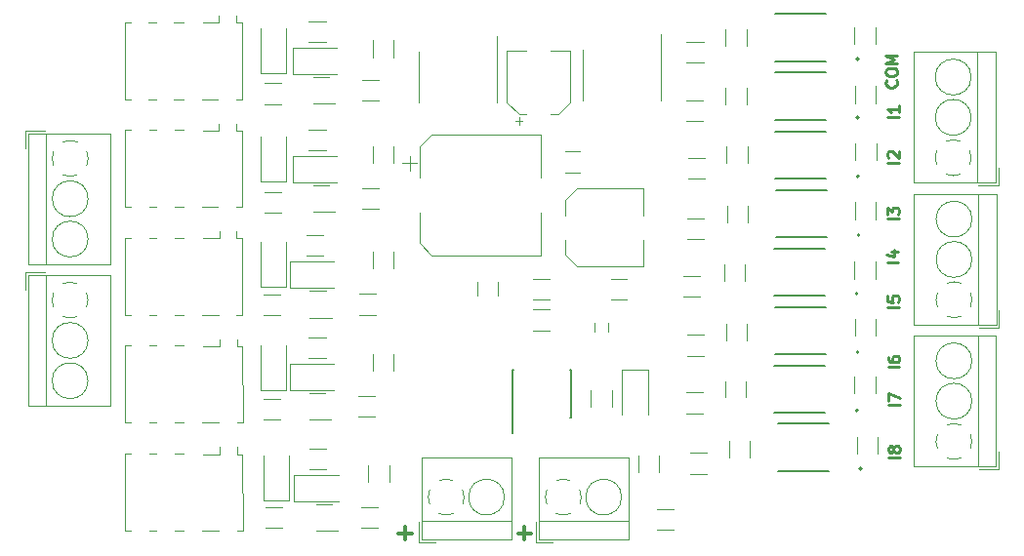
<source format=gbr>
G04 #@! TF.GenerationSoftware,KiCad,Pcbnew,(5.1.9)-1*
G04 #@! TF.CreationDate,2021-06-05T11:28:23-05:00*
G04 #@! TF.ProjectId,RASPBERRY 4 PI HAT,52415350-4245-4525-9259-203420504920,rev?*
G04 #@! TF.SameCoordinates,Original*
G04 #@! TF.FileFunction,Legend,Top*
G04 #@! TF.FilePolarity,Positive*
%FSLAX46Y46*%
G04 Gerber Fmt 4.6, Leading zero omitted, Abs format (unit mm)*
G04 Created by KiCad (PCBNEW (5.1.9)-1) date 2021-06-05 11:28:23*
%MOMM*%
%LPD*%
G01*
G04 APERTURE LIST*
%ADD10C,0.250000*%
%ADD11C,0.300000*%
%ADD12C,0.120000*%
%ADD13C,0.150000*%
%ADD14C,0.127000*%
%ADD15C,0.200000*%
G04 APERTURE END LIST*
D10*
X182537142Y-85225714D02*
X182584761Y-85273333D01*
X182632380Y-85416190D01*
X182632380Y-85511428D01*
X182584761Y-85654285D01*
X182489523Y-85749523D01*
X182394285Y-85797142D01*
X182203809Y-85844761D01*
X182060952Y-85844761D01*
X181870476Y-85797142D01*
X181775238Y-85749523D01*
X181680000Y-85654285D01*
X181632380Y-85511428D01*
X181632380Y-85416190D01*
X181680000Y-85273333D01*
X181727619Y-85225714D01*
X181632380Y-84606666D02*
X181632380Y-84416190D01*
X181680000Y-84320952D01*
X181775238Y-84225714D01*
X181965714Y-84178095D01*
X182299047Y-84178095D01*
X182489523Y-84225714D01*
X182584761Y-84320952D01*
X182632380Y-84416190D01*
X182632380Y-84606666D01*
X182584761Y-84701904D01*
X182489523Y-84797142D01*
X182299047Y-84844761D01*
X181965714Y-84844761D01*
X181775238Y-84797142D01*
X181680000Y-84701904D01*
X181632380Y-84606666D01*
X182632380Y-83749523D02*
X181632380Y-83749523D01*
X182346666Y-83416190D01*
X181632380Y-83082857D01*
X182632380Y-83082857D01*
X182882380Y-117976190D02*
X181882380Y-117976190D01*
X182310952Y-117357142D02*
X182263333Y-117452380D01*
X182215714Y-117500000D01*
X182120476Y-117547619D01*
X182072857Y-117547619D01*
X181977619Y-117500000D01*
X181930000Y-117452380D01*
X181882380Y-117357142D01*
X181882380Y-117166666D01*
X181930000Y-117071428D01*
X181977619Y-117023809D01*
X182072857Y-116976190D01*
X182120476Y-116976190D01*
X182215714Y-117023809D01*
X182263333Y-117071428D01*
X182310952Y-117166666D01*
X182310952Y-117357142D01*
X182358571Y-117452380D01*
X182406190Y-117500000D01*
X182501428Y-117547619D01*
X182691904Y-117547619D01*
X182787142Y-117500000D01*
X182834761Y-117452380D01*
X182882380Y-117357142D01*
X182882380Y-117166666D01*
X182834761Y-117071428D01*
X182787142Y-117023809D01*
X182691904Y-116976190D01*
X182501428Y-116976190D01*
X182406190Y-117023809D01*
X182358571Y-117071428D01*
X182310952Y-117166666D01*
X182852380Y-113416190D02*
X181852380Y-113416190D01*
X181852380Y-113035238D02*
X181852380Y-112368571D01*
X182852380Y-112797142D01*
X182822380Y-110136190D02*
X181822380Y-110136190D01*
X181822380Y-109231428D02*
X181822380Y-109421904D01*
X181870000Y-109517142D01*
X181917619Y-109564761D01*
X182060476Y-109660000D01*
X182250952Y-109707619D01*
X182631904Y-109707619D01*
X182727142Y-109660000D01*
X182774761Y-109612380D01*
X182822380Y-109517142D01*
X182822380Y-109326666D01*
X182774761Y-109231428D01*
X182727142Y-109183809D01*
X182631904Y-109136190D01*
X182393809Y-109136190D01*
X182298571Y-109183809D01*
X182250952Y-109231428D01*
X182203333Y-109326666D01*
X182203333Y-109517142D01*
X182250952Y-109612380D01*
X182298571Y-109660000D01*
X182393809Y-109707619D01*
X182782380Y-104906190D02*
X181782380Y-104906190D01*
X181782380Y-103953809D02*
X181782380Y-104430000D01*
X182258571Y-104477619D01*
X182210952Y-104430000D01*
X182163333Y-104334761D01*
X182163333Y-104096666D01*
X182210952Y-104001428D01*
X182258571Y-103953809D01*
X182353809Y-103906190D01*
X182591904Y-103906190D01*
X182687142Y-103953809D01*
X182734761Y-104001428D01*
X182782380Y-104096666D01*
X182782380Y-104334761D01*
X182734761Y-104430000D01*
X182687142Y-104477619D01*
X182742380Y-100996190D02*
X181742380Y-100996190D01*
X182075714Y-100091428D02*
X182742380Y-100091428D01*
X181694761Y-100329523D02*
X182409047Y-100567619D01*
X182409047Y-99948571D01*
X182782380Y-97266190D02*
X181782380Y-97266190D01*
X181782380Y-96885238D02*
X181782380Y-96266190D01*
X182163333Y-96599523D01*
X182163333Y-96456666D01*
X182210952Y-96361428D01*
X182258571Y-96313809D01*
X182353809Y-96266190D01*
X182591904Y-96266190D01*
X182687142Y-96313809D01*
X182734761Y-96361428D01*
X182782380Y-96456666D01*
X182782380Y-96742380D01*
X182734761Y-96837619D01*
X182687142Y-96885238D01*
X182802380Y-92376190D02*
X181802380Y-92376190D01*
X181897619Y-91947619D02*
X181850000Y-91900000D01*
X181802380Y-91804761D01*
X181802380Y-91566666D01*
X181850000Y-91471428D01*
X181897619Y-91423809D01*
X181992857Y-91376190D01*
X182088095Y-91376190D01*
X182230952Y-91423809D01*
X182802380Y-91995238D01*
X182802380Y-91376190D01*
X182802380Y-88446190D02*
X181802380Y-88446190D01*
X182802380Y-87446190D02*
X182802380Y-88017619D01*
X182802380Y-87731904D02*
X181802380Y-87731904D01*
X181945238Y-87827142D01*
X182040476Y-87922380D01*
X182088095Y-88017619D01*
D11*
X139388571Y-124537142D02*
X140531428Y-124537142D01*
X139960000Y-125108571D02*
X139960000Y-123965714D01*
X149738571Y-124537142D02*
X150881428Y-124537142D01*
X150310000Y-125108571D02*
X150310000Y-123965714D01*
D10*
X182537142Y-85225714D02*
X182584761Y-85273333D01*
X182632380Y-85416190D01*
X182632380Y-85511428D01*
X182584761Y-85654285D01*
X182489523Y-85749523D01*
X182394285Y-85797142D01*
X182203809Y-85844761D01*
X182060952Y-85844761D01*
X181870476Y-85797142D01*
X181775238Y-85749523D01*
X181680000Y-85654285D01*
X181632380Y-85511428D01*
X181632380Y-85416190D01*
X181680000Y-85273333D01*
X181727619Y-85225714D01*
X181632380Y-84606666D02*
X181632380Y-84416190D01*
X181680000Y-84320952D01*
X181775238Y-84225714D01*
X181965714Y-84178095D01*
X182299047Y-84178095D01*
X182489523Y-84225714D01*
X182584761Y-84320952D01*
X182632380Y-84416190D01*
X182632380Y-84606666D01*
X182584761Y-84701904D01*
X182489523Y-84797142D01*
X182299047Y-84844761D01*
X181965714Y-84844761D01*
X181775238Y-84797142D01*
X181680000Y-84701904D01*
X181632380Y-84606666D01*
X182632380Y-83749523D02*
X181632380Y-83749523D01*
X182346666Y-83416190D01*
X181632380Y-83082857D01*
X182632380Y-83082857D01*
D12*
X148030000Y-102707936D02*
X148030000Y-103912064D01*
X146210000Y-102707936D02*
X146210000Y-103912064D01*
X125830000Y-98940000D02*
X125840000Y-105600000D01*
X125840000Y-105600000D02*
X125340000Y-105600000D01*
X123740000Y-105600000D02*
X122340000Y-105600000D01*
X120740000Y-105600000D02*
X119940000Y-105600000D01*
X118340000Y-105600000D02*
X117740000Y-105600000D01*
X116140000Y-105600000D02*
X115640000Y-105600000D01*
X115640000Y-105600000D02*
X115640000Y-98900000D01*
X115640000Y-98900000D02*
X116140000Y-98900000D01*
X117740000Y-98900000D02*
X118340000Y-98900000D01*
X119940000Y-98900000D02*
X120740000Y-98900000D01*
X122430000Y-98940000D02*
X123830000Y-98940000D01*
X125830000Y-98940000D02*
X125330000Y-98940000D01*
X125330000Y-98940000D02*
X125330000Y-98340000D01*
X123830000Y-98940000D02*
X123830000Y-98340000D01*
X127868748Y-124070000D02*
X129291252Y-124070000D01*
X127868748Y-122250000D02*
X129291252Y-122250000D01*
X127668748Y-105610000D02*
X129091252Y-105610000D01*
X127668748Y-103790000D02*
X129091252Y-103790000D01*
X127768748Y-87310000D02*
X129191252Y-87310000D01*
X127768748Y-85490000D02*
X129191252Y-85490000D01*
X127738748Y-96730000D02*
X129161252Y-96730000D01*
X127738748Y-94910000D02*
X129161252Y-94910000D01*
X127658748Y-114710000D02*
X129081252Y-114710000D01*
X127658748Y-112890000D02*
X129081252Y-112890000D01*
X140335000Y-91805000D02*
X140335000Y-93055000D01*
X139710000Y-92430000D02*
X140960000Y-92430000D01*
X141200000Y-99385563D02*
X142264437Y-100450000D01*
X141200000Y-90994437D02*
X142264437Y-89930000D01*
X141200000Y-90994437D02*
X141200000Y-93680000D01*
X141200000Y-99385563D02*
X141200000Y-96700000D01*
X142264437Y-100450000D02*
X151720000Y-100450000D01*
X142264437Y-89930000D02*
X151720000Y-89930000D01*
X151720000Y-89930000D02*
X151720000Y-93680000D01*
X151720000Y-100450000D02*
X151720000Y-96700000D01*
X153820000Y-100345563D02*
X154884437Y-101410000D01*
X153820000Y-95654437D02*
X154884437Y-94590000D01*
X153820000Y-95654437D02*
X153820000Y-96940000D01*
X153820000Y-100345563D02*
X153820000Y-99060000D01*
X154884437Y-101410000D02*
X160640000Y-101410000D01*
X154884437Y-94590000D02*
X160640000Y-94590000D01*
X160640000Y-94590000D02*
X160640000Y-96940000D01*
X160640000Y-101410000D02*
X160640000Y-99060000D01*
X164445436Y-97190000D02*
X165899564Y-97190000D01*
X164445436Y-99010000D02*
X165899564Y-99010000D01*
X191460000Y-106680000D02*
X191460000Y-105180000D01*
X189720000Y-106680000D02*
X191460000Y-106680000D01*
X184100000Y-95120000D02*
X191220000Y-95120000D01*
X184100000Y-106440000D02*
X191220000Y-106440000D01*
X191220000Y-106440000D02*
X191220000Y-95120000D01*
X184100000Y-106440000D02*
X184100000Y-95120000D01*
X189660000Y-106440000D02*
X189660000Y-95120000D01*
X189115000Y-97280000D02*
G75*
G03*
X189115000Y-97280000I-1555000J0D01*
G01*
X189115000Y-100780000D02*
G75*
G03*
X189115000Y-100780000I-1555000J0D01*
G01*
X189115492Y-104252989D02*
G75*
G02*
X188992000Y-104888000I-1555492J-27011D01*
G01*
X188167742Y-105712109D02*
G75*
G02*
X186952000Y-105712000I-607742J1432109D01*
G01*
X186127891Y-104887742D02*
G75*
G02*
X186128000Y-103672000I1432109J607742D01*
G01*
X186952258Y-102847891D02*
G75*
G02*
X188168000Y-102848000I607742J-1432109D01*
G01*
X188991385Y-103672413D02*
G75*
G02*
X189115000Y-104280000I-1431385J-607587D01*
G01*
X147875000Y-84970000D02*
X147875000Y-81370000D01*
X147875000Y-84970000D02*
X147875000Y-87170000D01*
X141105000Y-84970000D02*
X141105000Y-82770000D01*
X141105000Y-84970000D02*
X141105000Y-87170000D01*
X162155000Y-84810000D02*
X162155000Y-81210000D01*
X162155000Y-84810000D02*
X162155000Y-87010000D01*
X155385000Y-84810000D02*
X155385000Y-82610000D01*
X155385000Y-84810000D02*
X155385000Y-87010000D01*
X125850000Y-117680000D02*
X125860000Y-124340000D01*
X125860000Y-124340000D02*
X125360000Y-124340000D01*
X123760000Y-124340000D02*
X122360000Y-124340000D01*
X120760000Y-124340000D02*
X119960000Y-124340000D01*
X118360000Y-124340000D02*
X117760000Y-124340000D01*
X116160000Y-124340000D02*
X115660000Y-124340000D01*
X115660000Y-124340000D02*
X115660000Y-117640000D01*
X115660000Y-117640000D02*
X116160000Y-117640000D01*
X117760000Y-117640000D02*
X118360000Y-117640000D01*
X119960000Y-117640000D02*
X120760000Y-117640000D01*
X122450000Y-117680000D02*
X123850000Y-117680000D01*
X125850000Y-117680000D02*
X125350000Y-117680000D01*
X125350000Y-117680000D02*
X125350000Y-117080000D01*
X123850000Y-117680000D02*
X123850000Y-117080000D01*
X125850000Y-108300000D02*
X125860000Y-114960000D01*
X125860000Y-114960000D02*
X125360000Y-114960000D01*
X123760000Y-114960000D02*
X122360000Y-114960000D01*
X120760000Y-114960000D02*
X119960000Y-114960000D01*
X118360000Y-114960000D02*
X117760000Y-114960000D01*
X116160000Y-114960000D02*
X115660000Y-114960000D01*
X115660000Y-114960000D02*
X115660000Y-108260000D01*
X115660000Y-108260000D02*
X116160000Y-108260000D01*
X117760000Y-108260000D02*
X118360000Y-108260000D01*
X119960000Y-108260000D02*
X120760000Y-108260000D01*
X122450000Y-108300000D02*
X123850000Y-108300000D01*
X125850000Y-108300000D02*
X125350000Y-108300000D01*
X125350000Y-108300000D02*
X125350000Y-107700000D01*
X123850000Y-108300000D02*
X123850000Y-107700000D01*
X125820000Y-89590000D02*
X125830000Y-96250000D01*
X125830000Y-96250000D02*
X125330000Y-96250000D01*
X123730000Y-96250000D02*
X122330000Y-96250000D01*
X120730000Y-96250000D02*
X119930000Y-96250000D01*
X118330000Y-96250000D02*
X117730000Y-96250000D01*
X116130000Y-96250000D02*
X115630000Y-96250000D01*
X115630000Y-96250000D02*
X115630000Y-89550000D01*
X115630000Y-89550000D02*
X116130000Y-89550000D01*
X117730000Y-89550000D02*
X118330000Y-89550000D01*
X119930000Y-89550000D02*
X120730000Y-89550000D01*
X122420000Y-89590000D02*
X123820000Y-89590000D01*
X125820000Y-89590000D02*
X125320000Y-89590000D01*
X125320000Y-89590000D02*
X125320000Y-88990000D01*
X123820000Y-89590000D02*
X123820000Y-88990000D01*
X125810000Y-80210000D02*
X125820000Y-86870000D01*
X125820000Y-86870000D02*
X125320000Y-86870000D01*
X123720000Y-86870000D02*
X122320000Y-86870000D01*
X120720000Y-86870000D02*
X119920000Y-86870000D01*
X118320000Y-86870000D02*
X117720000Y-86870000D01*
X116120000Y-86870000D02*
X115620000Y-86870000D01*
X115620000Y-86870000D02*
X115620000Y-80170000D01*
X115620000Y-80170000D02*
X116120000Y-80170000D01*
X117720000Y-80170000D02*
X118320000Y-80170000D01*
X119920000Y-80170000D02*
X120720000Y-80170000D01*
X122410000Y-80210000D02*
X123810000Y-80210000D01*
X125810000Y-80210000D02*
X125310000Y-80210000D01*
X125310000Y-80210000D02*
X125310000Y-79610000D01*
X123810000Y-80210000D02*
X123810000Y-79610000D01*
X149522500Y-88762500D02*
X150147500Y-88762500D01*
X149835000Y-89075000D02*
X149835000Y-88450000D01*
X153215563Y-88210000D02*
X154280000Y-87145563D01*
X149824437Y-88210000D02*
X148760000Y-87145563D01*
X149824437Y-88210000D02*
X150460000Y-88210000D01*
X153215563Y-88210000D02*
X152580000Y-88210000D01*
X154280000Y-87145563D02*
X154280000Y-82690000D01*
X148760000Y-87145563D02*
X148760000Y-82690000D01*
X148760000Y-82690000D02*
X150460000Y-82690000D01*
X154280000Y-82690000D02*
X152580000Y-82690000D01*
X137409564Y-103760000D02*
X135955436Y-103760000D01*
X137409564Y-105580000D02*
X135955436Y-105580000D01*
X133070000Y-103530000D02*
X131670000Y-103530000D01*
X131670000Y-105850000D02*
X133570000Y-105850000D01*
X167738000Y-82231252D02*
X167738000Y-80808748D01*
X169558000Y-82231252D02*
X169558000Y-80808748D01*
X169558000Y-87311252D02*
X169558000Y-85888748D01*
X167738000Y-87311252D02*
X167738000Y-85888748D01*
X167810000Y-92406252D02*
X167810000Y-90983748D01*
X169630000Y-92406252D02*
X169630000Y-90983748D01*
X167890000Y-97586252D02*
X167890000Y-96163748D01*
X169710000Y-97586252D02*
X169710000Y-96163748D01*
X169440000Y-102636252D02*
X169440000Y-101213748D01*
X167620000Y-102636252D02*
X167620000Y-101213748D01*
X169600000Y-107776252D02*
X169600000Y-106353748D01*
X167780000Y-107776252D02*
X167780000Y-106353748D01*
X169520000Y-112756252D02*
X169520000Y-111333748D01*
X167700000Y-112756252D02*
X167700000Y-111333748D01*
X169880000Y-117966252D02*
X169880000Y-116543748D01*
X168060000Y-117966252D02*
X168060000Y-116543748D01*
X151053748Y-102468000D02*
X152476252Y-102468000D01*
X151053748Y-104288000D02*
X152476252Y-104288000D01*
X129659000Y-84581000D02*
X129659000Y-80696000D01*
X127389000Y-84581000D02*
X129659000Y-84581000D01*
X127389000Y-80696000D02*
X127389000Y-84581000D01*
X127389000Y-90094000D02*
X127389000Y-93979000D01*
X127389000Y-93979000D02*
X129659000Y-93979000D01*
X129659000Y-93979000D02*
X129659000Y-90094000D01*
X129659000Y-112143000D02*
X129659000Y-108258000D01*
X127389000Y-112143000D02*
X129659000Y-112143000D01*
X127389000Y-108258000D02*
X127389000Y-112143000D01*
X129913000Y-121665000D02*
X129913000Y-117780000D01*
X127643000Y-121665000D02*
X129913000Y-121665000D01*
X127643000Y-117780000D02*
X127643000Y-121665000D01*
X127389000Y-99238000D02*
X127389000Y-103123000D01*
X127389000Y-103123000D02*
X129659000Y-103123000D01*
X129659000Y-103123000D02*
X129659000Y-99238000D01*
X153867936Y-93220000D02*
X155072064Y-93220000D01*
X153867936Y-91400000D02*
X155072064Y-91400000D01*
X131954000Y-87266000D02*
X133854000Y-87266000D01*
X133354000Y-84946000D02*
X131954000Y-84946000D01*
X133354000Y-94344000D02*
X131954000Y-94344000D01*
X131954000Y-96664000D02*
X133854000Y-96664000D01*
X131634000Y-114698000D02*
X133534000Y-114698000D01*
X133034000Y-112378000D02*
X131634000Y-112378000D01*
X133608000Y-122030000D02*
X132208000Y-122030000D01*
X132208000Y-124350000D02*
X134108000Y-124350000D01*
X178910000Y-80612936D02*
X178910000Y-82067064D01*
X180730000Y-80612936D02*
X180730000Y-82067064D01*
X180770000Y-85752936D02*
X180770000Y-87207064D01*
X178950000Y-85752936D02*
X178950000Y-87207064D01*
X179000000Y-90720436D02*
X179000000Y-92174564D01*
X180820000Y-90720436D02*
X180820000Y-92174564D01*
X180800000Y-95822936D02*
X180800000Y-97277064D01*
X178980000Y-95822936D02*
X178980000Y-97277064D01*
X178930000Y-100982936D02*
X178930000Y-102437064D01*
X180750000Y-100982936D02*
X180750000Y-102437064D01*
X180790000Y-105942936D02*
X180790000Y-107397064D01*
X178970000Y-105942936D02*
X178970000Y-107397064D01*
X178910000Y-110942936D02*
X178910000Y-112397064D01*
X180730000Y-110942936D02*
X180730000Y-112397064D01*
X180950000Y-116212936D02*
X180950000Y-117667064D01*
X179130000Y-116212936D02*
X179130000Y-117667064D01*
X164364936Y-83700000D02*
X165819064Y-83700000D01*
X164364936Y-81880000D02*
X165819064Y-81880000D01*
X164303436Y-88780000D02*
X165757564Y-88780000D01*
X164303436Y-86960000D02*
X165757564Y-86960000D01*
X164465436Y-93780000D02*
X165919564Y-93780000D01*
X164465436Y-91960000D02*
X165919564Y-91960000D01*
X164092936Y-104020000D02*
X165547064Y-104020000D01*
X164092936Y-102200000D02*
X165547064Y-102200000D01*
X164412936Y-107320000D02*
X165867064Y-107320000D01*
X164412936Y-109140000D02*
X165867064Y-109140000D01*
X164305436Y-112300000D02*
X165759564Y-112300000D01*
X164305436Y-114120000D02*
X165759564Y-114120000D01*
X164635436Y-119400000D02*
X166089564Y-119400000D01*
X164635436Y-117580000D02*
X166089564Y-117580000D01*
X161990000Y-117782936D02*
X161990000Y-119237064D01*
X160170000Y-117782936D02*
X160170000Y-119237064D01*
X161772936Y-122430000D02*
X163227064Y-122430000D01*
X161772936Y-124250000D02*
X163227064Y-124250000D01*
X138959000Y-83215564D02*
X138959000Y-81761436D01*
X137139000Y-83215564D02*
X137139000Y-81761436D01*
X137139000Y-92421064D02*
X137139000Y-90966936D01*
X138959000Y-92421064D02*
X138959000Y-90966936D01*
X138959000Y-110455064D02*
X138959000Y-109000936D01*
X137139000Y-110455064D02*
X137139000Y-109000936D01*
X133061064Y-81936000D02*
X131606936Y-81936000D01*
X133061064Y-80116000D02*
X131606936Y-80116000D01*
X137698564Y-87016000D02*
X136244436Y-87016000D01*
X137698564Y-85196000D02*
X136244436Y-85196000D01*
X133061064Y-89514000D02*
X131606936Y-89514000D01*
X133061064Y-91334000D02*
X131606936Y-91334000D01*
X137698564Y-94594000D02*
X136244436Y-94594000D01*
X137698564Y-96414000D02*
X136244436Y-96414000D01*
X133061064Y-109368000D02*
X131606936Y-109368000D01*
X133061064Y-107548000D02*
X131606936Y-107548000D01*
X137313564Y-114448000D02*
X135859436Y-114448000D01*
X137313564Y-112628000D02*
X135859436Y-112628000D01*
X138578000Y-120107064D02*
X138578000Y-118652936D01*
X136758000Y-120107064D02*
X136758000Y-118652936D01*
X137139000Y-101565064D02*
X137139000Y-100110936D01*
X138959000Y-101565064D02*
X138959000Y-100110936D01*
X133122564Y-119020000D02*
X131668436Y-119020000D01*
X133122564Y-117200000D02*
X131668436Y-117200000D01*
X137567564Y-124100000D02*
X136113436Y-124100000D01*
X137567564Y-122280000D02*
X136113436Y-122280000D01*
X132868564Y-98658000D02*
X131414436Y-98658000D01*
X132868564Y-100478000D02*
X131414436Y-100478000D01*
D13*
X149273000Y-114470000D02*
X149273000Y-115870000D01*
X154373000Y-114470000D02*
X154373000Y-110320000D01*
X149223000Y-114470000D02*
X149223000Y-110320000D01*
X154373000Y-114470000D02*
X154228000Y-114470000D01*
X154373000Y-110320000D02*
X154228000Y-110320000D01*
X149223000Y-110320000D02*
X149368000Y-110320000D01*
X149223000Y-114470000D02*
X149273000Y-114470000D01*
D12*
X151053748Y-105135000D02*
X152476252Y-105135000D01*
X151053748Y-106955000D02*
X152476252Y-106955000D01*
X157882000Y-112113748D02*
X157882000Y-113536252D01*
X156062000Y-112113748D02*
X156062000Y-113536252D01*
X157784748Y-102468000D02*
X159207252Y-102468000D01*
X157784748Y-104288000D02*
X159207252Y-104288000D01*
D14*
X176436000Y-79470000D02*
X172036000Y-79470000D01*
X176436000Y-83570000D02*
X172036000Y-83570000D01*
D15*
X179306000Y-83380000D02*
G75*
G03*
X179306000Y-83380000I-100000J0D01*
G01*
D14*
X176428000Y-84550000D02*
X172028000Y-84550000D01*
X176428000Y-88650000D02*
X172028000Y-88650000D01*
D15*
X179298000Y-88460000D02*
G75*
G03*
X179298000Y-88460000I-100000J0D01*
G01*
D14*
X176450000Y-89660000D02*
X172050000Y-89660000D01*
X176450000Y-93760000D02*
X172050000Y-93760000D01*
D15*
X179320000Y-93570000D02*
G75*
G03*
X179320000Y-93570000I-100000J0D01*
G01*
X179380000Y-98680000D02*
G75*
G03*
X179380000Y-98680000I-100000J0D01*
G01*
D14*
X176510000Y-98870000D02*
X172110000Y-98870000D01*
X176510000Y-94770000D02*
X172110000Y-94770000D01*
D15*
X179210000Y-103740000D02*
G75*
G03*
X179210000Y-103740000I-100000J0D01*
G01*
D14*
X176340000Y-103930000D02*
X171940000Y-103930000D01*
X176340000Y-99830000D02*
X171940000Y-99830000D01*
D15*
X179280000Y-108820000D02*
G75*
G03*
X179280000Y-108820000I-100000J0D01*
G01*
D14*
X176410000Y-109010000D02*
X172010000Y-109010000D01*
X176410000Y-104910000D02*
X172010000Y-104910000D01*
D15*
X179240000Y-113900000D02*
G75*
G03*
X179240000Y-113900000I-100000J0D01*
G01*
D14*
X176370000Y-114090000D02*
X171970000Y-114090000D01*
X176370000Y-109990000D02*
X171970000Y-109990000D01*
D15*
X179560000Y-118940000D02*
G75*
G03*
X179560000Y-118940000I-100000J0D01*
G01*
D14*
X176690000Y-119130000D02*
X172290000Y-119130000D01*
X176690000Y-115030000D02*
X172290000Y-115030000D01*
D12*
X158725000Y-121412000D02*
G75*
G03*
X158725000Y-121412000I-1555000J0D01*
G01*
X151510000Y-123512000D02*
X159330000Y-123512000D01*
X151510000Y-117952000D02*
X159330000Y-117952000D01*
X151510000Y-125072000D02*
X159330000Y-125072000D01*
X151510000Y-117952000D02*
X151510000Y-125072000D01*
X159330000Y-117952000D02*
X159330000Y-125072000D01*
X151270000Y-123572000D02*
X151270000Y-125312000D01*
X151270000Y-125312000D02*
X152770000Y-125312000D01*
X154277587Y-122843385D02*
G75*
G02*
X153670000Y-122967000I-607587J1431385D01*
G01*
X155102109Y-120804258D02*
G75*
G02*
X155102000Y-122020000I-1432109J-607742D01*
G01*
X153062258Y-119979891D02*
G75*
G02*
X154278000Y-119980000I607742J-1432109D01*
G01*
X152237891Y-122019742D02*
G75*
G02*
X152238000Y-120804000I1432109J607742D01*
G01*
X153697011Y-122967492D02*
G75*
G02*
X153062000Y-122844000I-27011J1555492D01*
G01*
X148565000Y-121412000D02*
G75*
G03*
X148565000Y-121412000I-1555000J0D01*
G01*
X141350000Y-123512000D02*
X149170000Y-123512000D01*
X141350000Y-117952000D02*
X149170000Y-117952000D01*
X141350000Y-125072000D02*
X149170000Y-125072000D01*
X141350000Y-117952000D02*
X141350000Y-125072000D01*
X149170000Y-117952000D02*
X149170000Y-125072000D01*
X141110000Y-123572000D02*
X141110000Y-125312000D01*
X141110000Y-125312000D02*
X142610000Y-125312000D01*
X144117587Y-122843385D02*
G75*
G02*
X143510000Y-122967000I-607587J1431385D01*
G01*
X144942109Y-120804258D02*
G75*
G02*
X144942000Y-122020000I-1432109J-607742D01*
G01*
X142902258Y-119979891D02*
G75*
G02*
X144118000Y-119980000I607742J-1432109D01*
G01*
X142077891Y-122019742D02*
G75*
G02*
X142078000Y-120804000I1432109J607742D01*
G01*
X143537011Y-122967492D02*
G75*
G02*
X142902000Y-122844000I-27011J1555492D01*
G01*
X161055000Y-114270000D02*
X161055000Y-110385000D01*
X161055000Y-110385000D02*
X158785000Y-110385000D01*
X158785000Y-110385000D02*
X158785000Y-114270000D01*
X134064000Y-82431000D02*
X130179000Y-82431000D01*
X130179000Y-82431000D02*
X130179000Y-84701000D01*
X130179000Y-84701000D02*
X134064000Y-84701000D01*
X134064000Y-91829000D02*
X130179000Y-91829000D01*
X130179000Y-91829000D02*
X130179000Y-94099000D01*
X130179000Y-94099000D02*
X134064000Y-94099000D01*
X129919000Y-112133000D02*
X133804000Y-112133000D01*
X129919000Y-109863000D02*
X129919000Y-112133000D01*
X133804000Y-109863000D02*
X129919000Y-109863000D01*
X130303000Y-121785000D02*
X134188000Y-121785000D01*
X130303000Y-119515000D02*
X130303000Y-121785000D01*
X134188000Y-119515000D02*
X130303000Y-119515000D01*
X129919000Y-103243000D02*
X133804000Y-103243000D01*
X129919000Y-100973000D02*
X129919000Y-103243000D01*
X133804000Y-100973000D02*
X129919000Y-100973000D01*
X156412000Y-107079622D02*
X156412000Y-106280378D01*
X157532000Y-107079622D02*
X157532000Y-106280378D01*
X189045000Y-88450000D02*
G75*
G03*
X189045000Y-88450000I-1555000J0D01*
G01*
X189045000Y-84950000D02*
G75*
G03*
X189045000Y-84950000I-1555000J0D01*
G01*
X189590000Y-94110000D02*
X189590000Y-82790000D01*
X184030000Y-94110000D02*
X184030000Y-82790000D01*
X191150000Y-94110000D02*
X191150000Y-82790000D01*
X184030000Y-94110000D02*
X191150000Y-94110000D01*
X184030000Y-82790000D02*
X191150000Y-82790000D01*
X189650000Y-94350000D02*
X191390000Y-94350000D01*
X191390000Y-94350000D02*
X191390000Y-92850000D01*
X188921385Y-91342413D02*
G75*
G02*
X189045000Y-91950000I-1431385J-607587D01*
G01*
X186882258Y-90517891D02*
G75*
G02*
X188098000Y-90518000I607742J-1432109D01*
G01*
X186057891Y-92557742D02*
G75*
G02*
X186058000Y-91342000I1432109J607742D01*
G01*
X188097742Y-93382109D02*
G75*
G02*
X186882000Y-93382000I-607742J1432109D01*
G01*
X189045492Y-91922989D02*
G75*
G02*
X188922000Y-92558000I-1555492J-27011D01*
G01*
X189105000Y-113080000D02*
G75*
G03*
X189105000Y-113080000I-1555000J0D01*
G01*
X189105000Y-109580000D02*
G75*
G03*
X189105000Y-109580000I-1555000J0D01*
G01*
X189650000Y-118740000D02*
X189650000Y-107420000D01*
X184090000Y-118740000D02*
X184090000Y-107420000D01*
X191210000Y-118740000D02*
X191210000Y-107420000D01*
X184090000Y-118740000D02*
X191210000Y-118740000D01*
X184090000Y-107420000D02*
X191210000Y-107420000D01*
X189710000Y-118980000D02*
X191450000Y-118980000D01*
X191450000Y-118980000D02*
X191450000Y-117480000D01*
X188981385Y-115972413D02*
G75*
G02*
X189105000Y-116580000I-1431385J-607587D01*
G01*
X186942258Y-115147891D02*
G75*
G02*
X188158000Y-115148000I607742J-1432109D01*
G01*
X186117891Y-117187742D02*
G75*
G02*
X186118000Y-115972000I1432109J607742D01*
G01*
X188157742Y-118012109D02*
G75*
G02*
X186942000Y-118012000I-607742J1432109D01*
G01*
X189105492Y-116552989D02*
G75*
G02*
X188982000Y-117188000I-1555492J-27011D01*
G01*
X107000000Y-89610000D02*
X107000000Y-91110000D01*
X108740000Y-89610000D02*
X107000000Y-89610000D01*
X114360000Y-101170000D02*
X107240000Y-101170000D01*
X114360000Y-89850000D02*
X107240000Y-89850000D01*
X107240000Y-89850000D02*
X107240000Y-101170000D01*
X114360000Y-89850000D02*
X114360000Y-101170000D01*
X108800000Y-89850000D02*
X108800000Y-101170000D01*
X112455000Y-99010000D02*
G75*
G03*
X112455000Y-99010000I-1555000J0D01*
G01*
X112455000Y-95510000D02*
G75*
G03*
X112455000Y-95510000I-1555000J0D01*
G01*
X109344508Y-92037011D02*
G75*
G02*
X109468000Y-91402000I1555492J27011D01*
G01*
X110292258Y-90577891D02*
G75*
G02*
X111508000Y-90578000I607742J-1432109D01*
G01*
X112332109Y-91402258D02*
G75*
G02*
X112332000Y-92618000I-1432109J-607742D01*
G01*
X111507742Y-93442109D02*
G75*
G02*
X110292000Y-93442000I-607742J1432109D01*
G01*
X109468615Y-92617587D02*
G75*
G02*
X109345000Y-92010000I1431385J607587D01*
G01*
X112445000Y-107810000D02*
G75*
G03*
X112445000Y-107810000I-1555000J0D01*
G01*
X112445000Y-111310000D02*
G75*
G03*
X112445000Y-111310000I-1555000J0D01*
G01*
X108790000Y-102150000D02*
X108790000Y-113470000D01*
X114350000Y-102150000D02*
X114350000Y-113470000D01*
X107230000Y-102150000D02*
X107230000Y-113470000D01*
X114350000Y-102150000D02*
X107230000Y-102150000D01*
X114350000Y-113470000D02*
X107230000Y-113470000D01*
X108730000Y-101910000D02*
X106990000Y-101910000D01*
X106990000Y-101910000D02*
X106990000Y-103410000D01*
X109458615Y-104917587D02*
G75*
G02*
X109335000Y-104310000I1431385J607587D01*
G01*
X111497742Y-105742109D02*
G75*
G02*
X110282000Y-105742000I-607742J1432109D01*
G01*
X112322109Y-103702258D02*
G75*
G02*
X112322000Y-104918000I-1432109J-607742D01*
G01*
X110282258Y-102877891D02*
G75*
G02*
X111498000Y-102878000I607742J-1432109D01*
G01*
X109334508Y-104337011D02*
G75*
G02*
X109458000Y-103702000I1555492J27011D01*
G01*
M02*

</source>
